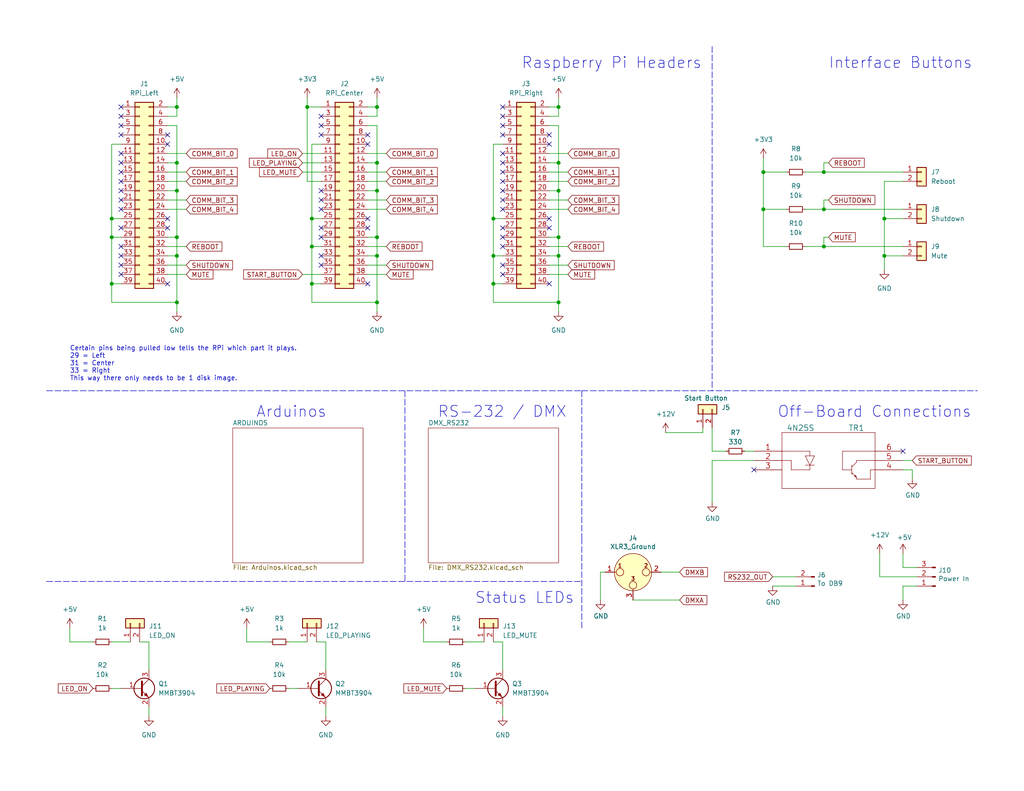
<source format=kicad_sch>
(kicad_sch (version 20230121) (generator eeschema)
  (paper "A")
  (lib_symbols
    (symbol "4N25S:4N25S" (pin_names (offset 0.254) hide)
      (property "Reference" "TR" (at 20.32 10.16 0))
      (property "Value" "4N25S" (at 20.32 7.62 0))
      (symbol "4N25S_1_1"
        (polyline (pts (xy 7.62 -10.16) (xy 33.02 -10.16)) (stroke (width 0.127)))
        (polyline (pts (xy 7.62 -2.54) (xy 10.16 -2.54)) (stroke (width 0.127)))
        (polyline (pts (xy 7.62 0) (xy 15.24 0)) (stroke (width 0.127)))
        (polyline (pts (xy 7.62 5.08) (xy 7.62 -10.16)) (stroke (width 0.127)))
        (polyline (pts (xy 10.16 -5.08) (xy 15.24 -5.08)) (stroke (width 0.127)))
        (polyline (pts (xy 10.16 -2.54) (xy 10.16 -5.08)) (stroke (width 0.127)))
        (polyline (pts (xy 13.97 -3.81) (xy 16.51 -3.81)) (stroke (width 0.127)))
        (polyline (pts (xy 13.97 -1.27) (xy 16.51 -1.27)) (stroke (width 0.127)))
        (polyline (pts (xy 15.24 -3.81) (xy 13.97 -1.27)) (stroke (width 0.127)))
        (polyline (pts (xy 15.24 -3.81) (xy 15.24 -5.08)) (stroke (width 0.127)))
        (polyline (pts (xy 15.24 0) (xy 15.24 -1.27)) (stroke (width 0.127)))
        (polyline (pts (xy 16.51 -1.27) (xy 15.24 -3.81)) (stroke (width 0.127)))
        (polyline (pts (xy 24.13 -5.08) (xy 26.67 -5.08)) (stroke (width 0.127)))
        (polyline (pts (xy 24.13 0) (xy 24.13 -5.08)) (stroke (width 0.127)))
        (polyline (pts (xy 26.67 -5.842) (xy 27.94 -7.112)) (stroke (width 0.127)))
        (polyline (pts (xy 26.67 -4.318) (xy 27.94 -3.048)) (stroke (width 0.127)))
        (polyline (pts (xy 26.67 -3.81) (xy 26.67 -6.35)) (stroke (width 0.127)))
        (polyline (pts (xy 27.94 -7.62) (xy 27.94 -7.112)) (stroke (width 0.127)))
        (polyline (pts (xy 27.94 -2.54) (xy 27.94 -3.048)) (stroke (width 0.127)))
        (polyline (pts (xy 31.75 -7.62) (xy 27.94 -7.62)) (stroke (width 0.127)))
        (polyline (pts (xy 31.75 -5.08) (xy 31.75 -7.62)) (stroke (width 0.127)))
        (polyline (pts (xy 33.02 -10.16) (xy 33.02 5.08)) (stroke (width 0.127)))
        (polyline (pts (xy 33.02 -5.08) (xy 31.75 -5.08)) (stroke (width 0.127)))
        (polyline (pts (xy 33.02 -2.54) (xy 27.94 -2.54)) (stroke (width 0.127)))
        (polyline (pts (xy 33.02 0) (xy 24.13 0)) (stroke (width 0.127)))
        (polyline (pts (xy 33.02 5.08) (xy 7.62 5.08)) (stroke (width 0.127)))
        (polyline (pts (xy 27.94 -7.112) (xy 27.686 -6.604) (xy 27.432 -6.858) (xy 27.94 -7.112)) (fill (type outline)))
        (pin unspecified line (at 0 0 0) (length 7.62) (name "1") (number "1"))
        (pin unspecified line (at 0 -2.54 0) (length 7.62) (name "2") (number "2"))
        (pin unspecified line (at 0 -5.08 0) (length 7.62) (name "3") (number "3"))
        (pin unspecified line (at 40.64 -5.08 180) (length 7.62) (name "4") (number "4"))
        (pin unspecified line (at 40.64 -2.54 180) (length 7.62) (name "5") (number "5"))
        (pin unspecified line (at 40.64 0 180) (length 7.62) (name "6") (number "6"))
      )
    )
    (symbol "Connector:Conn_01x02_Male" (pin_names (offset 1.016) hide)
      (property "Reference" "J" (at 0 2.54 0))
      (property "Value" "Conn_01x02_Male" (at 0 -5.08 0))
      (symbol "Conn_01x02_Male_1_1"
        (polyline (pts (xy 1.27 -2.54) (xy 0.8636 -2.54)) (stroke (width 0.1524)))
        (polyline (pts (xy 1.27 0) (xy 0.8636 0)) (stroke (width 0.1524)))
        (rectangle (start 0.8636 -2.413) (end 0 -2.667) (stroke (width 0.1524)) (fill (type outline)))
        (rectangle (start 0.8636 0.127) (end 0 -0.127) (stroke (width 0.1524)) (fill (type outline)))
        (pin passive line (at 5.08 0 180) (length 3.81) (name "Pin_1") (number "1"))
        (pin passive line (at 5.08 -2.54 180) (length 3.81) (name "Pin_2") (number "2"))
      )
    )
    (symbol "Connector:Conn_01x03_Male" (pin_names (offset 1.016) hide)
      (property "Reference" "J" (at 0 5.08 0))
      (property "Value" "Conn_01x03_Male" (at 0 -5.08 0))
      (symbol "Conn_01x03_Male_1_1"
        (polyline (pts (xy 1.27 -2.54) (xy 0.8636 -2.54)) (stroke (width 0.1524)))
        (polyline (pts (xy 1.27 0) (xy 0.8636 0)) (stroke (width 0.1524)))
        (polyline (pts (xy 1.27 2.54) (xy 0.8636 2.54)) (stroke (width 0.1524)))
        (rectangle (start 0.8636 -2.413) (end 0 -2.667) (stroke (width 0.1524)) (fill (type outline)))
        (rectangle (start 0.8636 0.127) (end 0 -0.127) (stroke (width 0.1524)) (fill (type outline)))
        (rectangle (start 0.8636 2.667) (end 0 2.413) (stroke (width 0.1524)) (fill (type outline)))
        (pin passive line (at 5.08 2.54 180) (length 3.81) (name "Pin_1") (number "1"))
        (pin passive line (at 5.08 0 180) (length 3.81) (name "Pin_2") (number "2"))
        (pin passive line (at 5.08 -2.54 180) (length 3.81) (name "Pin_3") (number "3"))
      )
    )
    (symbol "Connector:XLR3" (pin_names hide)
      (property "Reference" "J" (at 0 8.89 0))
      (property "Value" "XLR3" (at 0 6.35 0))
      (symbol "XLR3_0_1"
        (circle (center -3.556 0) (radius 1.016))
        (circle (center 0 -3.556) (radius 1.016))
        (polyline (pts (xy -5.08 0) (xy -4.572 0)))
        (polyline (pts (xy 0 -5.08) (xy 0 -4.572)))
        (polyline (pts (xy 5.08 0) (xy 4.572 0)))
        (circle (center 0 0) (radius 5.08) (fill (type background)))
        (circle (center 3.556 0) (radius 1.016))
        (text "1" (at -3.556 1.778 0) (effects (font (size 1.016 1.016) bold)))
        (text "2" (at 3.556 1.778 0) (effects (font (size 1.016 1.016) bold)))
        (text "3" (at 0 -1.778 0) (effects (font (size 1.016 1.016) bold)))
        (pin passive line (at -7.62 0 0) (length 2.54) (name "~") (number "1"))
        (pin passive line (at 7.62 0 180) (length 2.54) (name "~") (number "2"))
        (pin passive line (at 0 -7.62 90) (length 2.54) (name "~") (number "3"))
      )
    )
    (symbol "Connector_Generic:Conn_01x02" (pin_names (offset 1.016) hide)
      (property "Reference" "J" (at 0 2.54 0))
      (property "Value" "Conn_01x02" (at 0 -5.08 0))
      (symbol "Conn_01x02_1_1"
        (rectangle (start -1.27 -2.413) (end 0 -2.667) (stroke (width 0.1524)))
        (rectangle (start -1.27 0.127) (end 0 -0.127) (stroke (width 0.1524)))
        (rectangle (start -1.27 1.27) (end 1.27 -3.81) (stroke (width 0.254)) (fill (type background)))
        (pin passive line (at -5.08 0 0) (length 3.81) (name "Pin_1") (number "1"))
        (pin passive line (at -5.08 -2.54 0) (length 3.81) (name "Pin_2") (number "2"))
      )
    )
    (symbol "Connector_Generic:Conn_02x20_Odd_Even" (pin_names (offset 1.016) hide)
      (property "Reference" "J" (at 1.27 25.4 0))
      (property "Value" "Conn_02x20_Odd_Even" (at 1.27 -27.94 0))
      (symbol "Conn_02x20_Odd_Even_1_1"
        (rectangle (start -1.27 -25.273) (end 0 -25.527) (stroke (width 0.1524)))
        (rectangle (start -1.27 -22.733) (end 0 -22.987) (stroke (width 0.1524)))
        (rectangle (start -1.27 -20.193) (end 0 -20.447) (stroke (width 0.1524)))
        (rectangle (start -1.27 -17.653) (end 0 -17.907) (stroke (width 0.1524)))
        (rectangle (start -1.27 -15.113) (end 0 -15.367) (stroke (width 0.1524)))
        (rectangle (start -1.27 -12.573) (end 0 -12.827) (stroke (width 0.1524)))
        (rectangle (start -1.27 -10.033) (end 0 -10.287) (stroke (width 0.1524)))
        (rectangle (start -1.27 -7.493) (end 0 -7.747) (stroke (width 0.1524)))
        (rectangle (start -1.27 -4.953) (end 0 -5.207) (stroke (width 0.1524)))
        (rectangle (start -1.27 -2.413) (end 0 -2.667) (stroke (width 0.1524)))
        (rectangle (start -1.27 0.127) (end 0 -0.127) (stroke (width 0.1524)))
        (rectangle (start -1.27 2.667) (end 0 2.413) (stroke (width 0.1524)))
        (rectangle (start -1.27 5.207) (end 0 4.953) (stroke (width 0.1524)))
        (rectangle (start -1.27 7.747) (end 0 7.493) (stroke (width 0.1524)))
        (rectangle (start -1.27 10.287) (end 0 10.033) (stroke (width 0.1524)))
        (rectangle (start -1.27 12.827) (end 0 12.573) (stroke (width 0.1524)))
        (rectangle (start -1.27 15.367) (end 0 15.113) (stroke (width 0.1524)))
        (rectangle (start -1.27 17.907) (end 0 17.653) (stroke (width 0.1524)))
        (rectangle (start -1.27 20.447) (end 0 20.193) (stroke (width 0.1524)))
        (rectangle (start -1.27 22.987) (end 0 22.733) (stroke (width 0.1524)))
        (rectangle (start -1.27 24.13) (end 3.81 -26.67) (stroke (width 0.254)) (fill (type background)))
        (rectangle (start 3.81 -25.273) (end 2.54 -25.527) (stroke (width 0.1524)))
        (rectangle (start 3.81 -22.733) (end 2.54 -22.987) (stroke (width 0.1524)))
        (rectangle (start 3.81 -20.193) (end 2.54 -20.447) (stroke (width 0.1524)))
        (rectangle (start 3.81 -17.653) (end 2.54 -17.907) (stroke (width 0.1524)))
        (rectangle (start 3.81 -15.113) (end 2.54 -15.367) (stroke (width 0.1524)))
        (rectangle (start 3.81 -12.573) (end 2.54 -12.827) (stroke (width 0.1524)))
        (rectangle (start 3.81 -10.033) (end 2.54 -10.287) (stroke (width 0.1524)))
        (rectangle (start 3.81 -7.493) (end 2.54 -7.747) (stroke (width 0.1524)))
        (rectangle (start 3.81 -4.953) (end 2.54 -5.207) (stroke (width 0.1524)))
        (rectangle (start 3.81 -2.413) (end 2.54 -2.667) (stroke (width 0.1524)))
        (rectangle (start 3.81 0.127) (end 2.54 -0.127) (stroke (width 0.1524)))
        (rectangle (start 3.81 2.667) (end 2.54 2.413) (stroke (width 0.1524)))
        (rectangle (start 3.81 5.207) (end 2.54 4.953) (stroke (width 0.1524)))
        (rectangle (start 3.81 7.747) (end 2.54 7.493) (stroke (width 0.1524)))
        (rectangle (start 3.81 10.287) (end 2.54 10.033) (stroke (width 0.1524)))
        (rectangle (start 3.81 12.827) (end 2.54 12.573) (stroke (width 0.1524)))
        (rectangle (start 3.81 15.367) (end 2.54 15.113) (stroke (width 0.1524)))
        (rectangle (start 3.81 17.907) (end 2.54 17.653) (stroke (width 0.1524)))
        (rectangle (start 3.81 20.447) (end 2.54 20.193) (stroke (width 0.1524)))
        (rectangle (start 3.81 22.987) (end 2.54 22.733) (stroke (width 0.1524)))
        (pin passive line (at -5.08 22.86 0) (length 3.81) (name "Pin_1") (number "1"))
        (pin passive line (at 7.62 12.7 180) (length 3.81) (name "Pin_10") (number "10"))
        (pin passive line (at -5.08 10.16 0) (length 3.81) (name "Pin_11") (number "11"))
        (pin passive line (at 7.62 10.16 180) (length 3.81) (name "Pin_12") (number "12"))
        (pin passive line (at -5.08 7.62 0) (length 3.81) (name "Pin_13") (number "13"))
        (pin passive line (at 7.62 7.62 180) (length 3.81) (name "Pin_14") (number "14"))
        (pin passive line (at -5.08 5.08 0) (length 3.81) (name "Pin_15") (number "15"))
        (pin passive line (at 7.62 5.08 180) (length 3.81) (name "Pin_16") (number "16"))
        (pin passive line (at -5.08 2.54 0) (length 3.81) (name "Pin_17") (number "17"))
        (pin passive line (at 7.62 2.54 180) (length 3.81) (name "Pin_18") (number "18"))
        (pin passive line (at -5.08 0 0) (length 3.81) (name "Pin_19") (number "19"))
        (pin passive line (at 7.62 22.86 180) (length 3.81) (name "Pin_2") (number "2"))
        (pin passive line (at 7.62 0 180) (length 3.81) (name "Pin_20") (number "20"))
        (pin passive line (at -5.08 -2.54 0) (length 3.81) (name "Pin_21") (number "21"))
        (pin passive line (at 7.62 -2.54 180) (length 3.81) (name "Pin_22") (number "22"))
        (pin passive line (at -5.08 -5.08 0) (length 3.81) (name "Pin_23") (number "23"))
        (pin passive line (at 7.62 -5.08 180) (length 3.81) (name "Pin_24") (number "24"))
        (pin passive line (at -5.08 -7.62 0) (length 3.81) (name "Pin_25") (number "25"))
        (pin passive line (at 7.62 -7.62 180) (length 3.81) (name "Pin_26") (number "26"))
        (pin passive line (at -5.08 -10.16 0) (length 3.81) (name "Pin_27") (number "27"))
        (pin passive line (at 7.62 -10.16 180) (length 3.81) (name "Pin_28") (number "28"))
        (pin passive line (at -5.08 -12.7 0) (length 3.81) (name "Pin_29") (number "29"))
        (pin passive line (at -5.08 20.32 0) (length 3.81) (name "Pin_3") (number "3"))
        (pin passive line (at 7.62 -12.7 180) (length 3.81) (name "Pin_30") (number "30"))
        (pin passive line (at -5.08 -15.24 0) (length 3.81) (name "Pin_31") (number "31"))
        (pin passive line (at 7.62 -15.24 180) (length 3.81) (name "Pin_32") (number "32"))
        (pin passive line (at -5.08 -17.78 0) (length 3.81) (name "Pin_33") (number "33"))
        (pin passive line (at 7.62 -17.78 180) (length 3.81) (name "Pin_34") (number "34"))
        (pin passive line (at -5.08 -20.32 0) (length 3.81) (name "Pin_35") (number "35"))
        (pin passive line (at 7.62 -20.32 180) (length 3.81) (name "Pin_36") (number "36"))
        (pin passive line (at -5.08 -22.86 0) (length 3.81) (name "Pin_37") (number "37"))
        (pin passive line (at 7.62 -22.86 180) (length 3.81) (name "Pin_38") (number "38"))
        (pin passive line (at -5.08 -25.4 0) (length 3.81) (name "Pin_39") (number "39"))
        (pin passive line (at 7.62 20.32 180) (length 3.81) (name "Pin_4") (number "4"))
        (pin passive line (at 7.62 -25.4 180) (length 3.81) (name "Pin_40") (number "40"))
        (pin passive line (at -5.08 17.78 0) (length 3.81) (name "Pin_5") (number "5"))
        (pin passive line (at 7.62 17.78 180) (length 3.81) (name "Pin_6") (number "6"))
        (pin passive line (at -5.08 15.24 0) (length 3.81) (name "Pin_7") (number "7"))
        (pin passive line (at 7.62 15.24 180) (length 3.81) (name "Pin_8") (number "8"))
        (pin passive line (at -5.08 12.7 0) (length 3.81) (name "Pin_9") (number "9"))
      )
    )
    (symbol "Device:R_Small" (pin_numbers hide) (pin_names (offset 0.254) hide)
      (property "Reference" "R" (at 0.762 0.508 0))
      (property "Value" "R_Small" (at 0.762 -1.016 0))
      (symbol "R_Small_0_1"
        (rectangle (start -0.762 1.778) (end 0.762 -1.778) (stroke (width 0.2032)))
      )
      (symbol "R_Small_1_1"
        (pin passive line (at 0 2.54 270) (length 0.762) (name "~") (number "1"))
        (pin passive line (at 0 -2.54 90) (length 0.762) (name "~") (number "2"))
      )
    )
    (symbol "Transistor_BJT:MMBT3904" (pin_names (offset 0) hide)
      (property "Reference" "Q" (at 5.08 1.905 0))
      (property "Value" "MMBT3904" (at 5.08 0 0))
      (symbol "MMBT3904_0_1"
        (polyline (pts (xy 0.635 0.635) (xy 2.54 2.54)))
        (polyline (pts (xy 0.635 -0.635) (xy 2.54 -2.54) (xy 2.54 -2.54)))
        (polyline (pts (xy 0.635 1.905) (xy 0.635 -1.905) (xy 0.635 -1.905)) (stroke (width 0.508)))
        (polyline (pts (xy 1.27 -1.778) (xy 1.778 -1.27) (xy 2.286 -2.286) (xy 1.27 -1.778) (xy 1.27 -1.778)) (fill (type outline)))
        (circle (center 1.27 0) (radius 2.8194) (stroke (width 0.254)))
      )
      (symbol "MMBT3904_1_1"
        (pin input line (at -5.08 0 0) (length 5.715) (name "B") (number "1"))
        (pin passive line (at 2.54 -5.08 90) (length 2.54) (name "E") (number "2"))
        (pin passive line (at 2.54 5.08 270) (length 2.54) (name "C") (number "3"))
      )
    )
    (symbol "power:+12V" (power) (pin_names (offset 0))
      (property "Value" "+12V" (at 0 3.556 0))
      (symbol "+12V_0_1"
        (polyline (pts (xy -0.762 1.27) (xy 0 2.54)))
        (polyline (pts (xy 0 0) (xy 0 2.54)))
        (polyline (pts (xy 0 2.54) (xy 0.762 1.27)))
      )
      (symbol "+12V_1_1"
        (pin power_in line (at 0 0 90) (length 0) hide (name "+12V") (number "1"))
      )
    )
    (symbol "power:+3.3V" (power) (pin_names (offset 0))
      (property "Value" "+3.3V" (at 0 3.556 0))
      (symbol "+3.3V_0_1"
        (polyline (pts (xy -0.762 1.27) (xy 0 2.54)))
        (polyline (pts (xy 0 0) (xy 0 2.54)))
        (polyline (pts (xy 0 2.54) (xy 0.762 1.27)))
      )
      (symbol "+3.3V_1_1"
        (pin power_in line (at 0 0 90) (length 0) hide (name "+3V3") (number "1"))
      )
    )
    (symbol "power:+5V" (power) (pin_names (offset 0))
      (property "Value" "+5V" (at 0 3.556 0))
      (symbol "+5V_0_1"
        (polyline (pts (xy -0.762 1.27) (xy 0 2.54)))
        (polyline (pts (xy 0 0) (xy 0 2.54)))
        (polyline (pts (xy 0 2.54) (xy 0.762 1.27)))
      )
      (symbol "+5V_1_1"
        (pin power_in line (at 0 0 90) (length 0) hide (name "+5V") (number "1"))
      )
    )
    (symbol "power:GND" (power) (pin_names (offset 0))
      (property "Value" "GND" (at 0 -3.81 0))
      (symbol "GND_0_1"
        (polyline (pts (xy 0 0) (xy 0 -1.27) (xy 1.27 -1.27) (xy 0 -2.54) (xy -1.27 -1.27) (xy 0 -1.27)))
      )
      (symbol "GND_1_1"
        (pin power_in line (at 0 0 270) (length 0) hide (name "GND") (number "1"))
      )
    )
  )
  (junction (at 102.87 82.55) (diameter 0.9144))
  (junction (at 102.87 52.07) (diameter 0.9144))
  (junction (at 134.62 59.69) (diameter 0.9144))
  (junction (at 48.26 52.07) (diameter 0.9144))
  (junction (at 224.79 57.15) (diameter 0.9144))
  (junction (at 30.48 77.47) (diameter 0.9144))
  (junction (at 102.87 44.45) (diameter 0.9144))
  (junction (at 83.82 29.21) (diameter 0.9144))
  (junction (at 208.28 57.15) (diameter 0.9144))
  (junction (at 48.26 82.55) (diameter 0.9144))
  (junction (at 224.79 67.31) (diameter 0.9144))
  (junction (at 48.26 29.21) (diameter 0.9144))
  (junction (at 102.87 69.85) (diameter 0.9144))
  (junction (at 30.48 64.77) (diameter 0.9144))
  (junction (at 134.62 77.47) (diameter 0.9144))
  (junction (at 152.4 69.85) (diameter 0.9144))
  (junction (at 30.48 59.69) (diameter 0.9144))
  (junction (at 85.09 77.47) (diameter 0.9144))
  (junction (at 48.26 44.45) (diameter 0.9144))
  (junction (at 48.26 64.77) (diameter 0.9144))
  (junction (at 102.87 29.21) (diameter 0.9144))
  (junction (at 152.4 44.45) (diameter 0.9144))
  (junction (at 102.87 64.77) (diameter 0.9144))
  (junction (at 152.4 29.21) (diameter 0.9144))
  (junction (at 85.09 59.69) (diameter 0.9144))
  (junction (at 134.62 69.85) (diameter 0.9144))
  (junction (at 48.26 69.85) (diameter 0.9144))
  (junction (at 241.3 59.69) (diameter 0.9144))
  (junction (at 241.3 69.85) (diameter 0.9144))
  (junction (at 152.4 82.55) (diameter 0.9144))
  (junction (at 224.79 46.99) (diameter 0.9144))
  (junction (at 152.4 64.77) (diameter 0.9144))
  (junction (at 208.28 46.99) (diameter 0.9144))
  (junction (at 152.4 52.07) (diameter 0.9144))
  (junction (at 85.09 67.31) (diameter 0.9144))
  (no_connect (at 137.16 62.23))
  (no_connect (at 33.02 36.83))
  (no_connect (at 137.16 31.75))
  (no_connect (at 149.86 39.37))
  (no_connect (at 137.16 57.15))
  (no_connect (at 33.02 52.07))
  (no_connect (at 149.86 59.69))
  (no_connect (at 246.38 123.19))
  (no_connect (at 45.72 36.83))
  (no_connect (at 33.02 29.21))
  (no_connect (at 33.02 49.53))
  (no_connect (at 137.16 29.21))
  (no_connect (at 137.16 49.53))
  (no_connect (at 137.16 72.39))
  (no_connect (at 205.74 128.27))
  (no_connect (at 137.16 34.29))
  (no_connect (at 87.63 54.61))
  (no_connect (at 33.02 69.85))
  (no_connect (at 100.33 62.23))
  (no_connect (at 100.33 77.47))
  (no_connect (at 87.63 62.23))
  (no_connect (at 137.16 36.83))
  (no_connect (at 33.02 57.15))
  (no_connect (at 87.63 64.77))
  (no_connect (at 33.02 34.29))
  (no_connect (at 45.72 59.69))
  (no_connect (at 45.72 62.23))
  (no_connect (at 45.72 77.47))
  (no_connect (at 33.02 41.91))
  (no_connect (at 33.02 46.99))
  (no_connect (at 33.02 54.61))
  (no_connect (at 137.16 52.07))
  (no_connect (at 33.02 72.39))
  (no_connect (at 33.02 44.45))
  (no_connect (at 149.86 36.83))
  (no_connect (at 137.16 46.99))
  (no_connect (at 137.16 41.91))
  (no_connect (at 45.72 39.37))
  (no_connect (at 87.63 69.85))
  (no_connect (at 33.02 62.23))
  (no_connect (at 33.02 67.31))
  (no_connect (at 87.63 52.07))
  (no_connect (at 33.02 74.93))
  (no_connect (at 87.63 57.15))
  (no_connect (at 87.63 72.39))
  (no_connect (at 100.33 59.69))
  (no_connect (at 137.16 54.61))
  (no_connect (at 137.16 44.45))
  (no_connect (at 137.16 64.77))
  (no_connect (at 87.63 34.29))
  (no_connect (at 87.63 31.75))
  (no_connect (at 87.63 36.83))
  (no_connect (at 149.86 77.47))
  (no_connect (at 100.33 39.37))
  (no_connect (at 33.02 31.75))
  (no_connect (at 100.33 36.83))
  (no_connect (at 137.16 74.93))
  (no_connect (at 137.16 67.31))
  (no_connect (at 149.86 62.23))
  (wire (pts (xy 219.71 57.15) (xy 224.79 57.15)))
  (wire (pts (xy 224.79 57.15) (xy 246.38 57.15)))
  (wire (pts (xy 152.4 52.07) (xy 152.4 44.45)))
  (wire (pts (xy 45.72 52.07) (xy 48.26 52.07)))
  (wire (pts (xy 127 175.26) (xy 132.08 175.26)))
  (wire (pts (xy 48.26 34.29) (xy 45.72 34.29)))
  (wire (pts (xy 48.26 44.45) (xy 48.26 34.29)))
  (wire (pts (xy 48.26 52.07) (xy 48.26 44.45)))
  (wire (pts (xy 48.26 64.77) (xy 48.26 52.07)))
  (wire (pts (xy 48.26 69.85) (xy 48.26 64.77)))
  (wire (pts (xy 82.55 44.45) (xy 87.63 44.45)))
  (wire (pts (xy 100.33 52.07) (xy 102.87 52.07)))
  (wire (pts (xy 149.86 74.93) (xy 154.94 74.93)))
  (wire (pts (xy 102.87 52.07) (xy 102.87 44.45)))
  (wire (pts (xy 210.82 157.48) (xy 217.17 157.48)))
  (wire (pts (xy 137.16 59.69) (xy 134.62 59.69)))
  (polyline (pts (xy 158.75 106.68) (xy 158.75 113.03)) (stroke (width 0) (type dash)))
  (wire (pts (xy 203.2 123.19) (xy 205.74 123.19)))
  (wire (pts (xy 100.33 69.85) (xy 102.87 69.85)))
  (wire (pts (xy 30.48 77.47) (xy 33.02 77.47)))
  (wire (pts (xy 88.9 193.04) (xy 88.9 195.58)))
  (wire (pts (xy 45.72 69.85) (xy 48.26 69.85)))
  (polyline (pts (xy 12.7 106.68) (xy 158.75 106.68)) (stroke (width 0) (type dash)))
  (wire (pts (xy 137.16 193.04) (xy 137.16 195.58)))
  (wire (pts (xy 149.86 69.85) (xy 152.4 69.85)))
  (wire (pts (xy 246.38 125.73) (xy 248.92 125.73)))
  (wire (pts (xy 208.28 57.15) (xy 208.28 67.31)))
  (wire (pts (xy 214.63 67.31) (xy 208.28 67.31)))
  (wire (pts (xy 40.64 193.04) (xy 40.64 195.58)))
  (wire (pts (xy 100.33 74.93) (xy 105.41 74.93)))
  (wire (pts (xy 45.72 72.39) (xy 50.8 72.39)))
  (wire (pts (xy 137.16 39.37) (xy 134.62 39.37)))
  (wire (pts (xy 45.72 49.53) (xy 50.8 49.53)))
  (wire (pts (xy 45.72 64.77) (xy 48.26 64.77)))
  (wire (pts (xy 241.3 69.85) (xy 246.38 69.85)))
  (wire (pts (xy 241.3 73.66) (xy 241.3 69.85)))
  (wire (pts (xy 78.74 175.26) (xy 83.82 175.26)))
  (wire (pts (xy 224.79 64.77) (xy 224.79 67.31)))
  (wire (pts (xy 226.06 64.77) (xy 224.79 64.77)))
  (wire (pts (xy 246.38 160.02) (xy 250.19 160.02)))
  (wire (pts (xy 87.63 59.69) (xy 85.09 59.69)))
  (wire (pts (xy 73.66 175.26) (xy 67.31 175.26)))
  (wire (pts (xy 38.1 175.26) (xy 40.64 175.26)))
  (wire (pts (xy 45.72 41.91) (xy 50.8 41.91)))
  (wire (pts (xy 67.31 175.26) (xy 67.31 171.45)))
  (wire (pts (xy 78.74 187.96) (xy 81.28 187.96)))
  (wire (pts (xy 152.4 69.85) (xy 152.4 64.77)))
  (wire (pts (xy 149.86 49.53) (xy 154.94 49.53)))
  (wire (pts (xy 134.62 59.69) (xy 134.62 69.85)))
  (wire (pts (xy 134.62 69.85) (xy 134.62 77.47)))
  (wire (pts (xy 246.38 160.02) (xy 246.38 163.83)))
  (wire (pts (xy 85.09 77.47) (xy 87.63 77.47)))
  (wire (pts (xy 134.62 39.37) (xy 134.62 59.69)))
  (wire (pts (xy 149.86 31.75) (xy 152.4 31.75)))
  (wire (pts (xy 100.33 31.75) (xy 102.87 31.75)))
  (wire (pts (xy 87.63 39.37) (xy 85.09 39.37)))
  (wire (pts (xy 241.3 49.53) (xy 241.3 59.69)))
  (wire (pts (xy 241.3 59.69) (xy 241.3 69.85)))
  (wire (pts (xy 246.38 49.53) (xy 241.3 49.53)))
  (wire (pts (xy 85.09 39.37) (xy 85.09 59.69)))
  (wire (pts (xy 185.42 163.83) (xy 172.72 163.83)))
  (wire (pts (xy 163.83 163.83) (xy 163.83 156.21)))
  (wire (pts (xy 102.87 64.77) (xy 102.87 52.07)))
  (wire (pts (xy 134.62 77.47) (xy 137.16 77.47)))
  (wire (pts (xy 149.86 64.77) (xy 152.4 64.77)))
  (wire (pts (xy 127 187.96) (xy 129.54 187.96)))
  (wire (pts (xy 152.4 26.67) (xy 152.4 29.21)))
  (wire (pts (xy 134.62 69.85) (xy 137.16 69.85)))
  (wire (pts (xy 115.57 175.26) (xy 115.57 171.45)))
  (wire (pts (xy 152.4 82.55) (xy 152.4 85.09)))
  (wire (pts (xy 88.9 175.26) (xy 88.9 182.88)))
  (wire (pts (xy 152.4 64.77) (xy 152.4 52.07)))
  (wire (pts (xy 194.31 125.73) (xy 194.31 137.16)))
  (wire (pts (xy 205.74 125.73) (xy 194.31 125.73)))
  (wire (pts (xy 149.86 41.91) (xy 154.94 41.91)))
  (wire (pts (xy 152.4 34.29) (xy 149.86 34.29)))
  (wire (pts (xy 102.87 34.29) (xy 100.33 34.29)))
  (wire (pts (xy 83.82 26.67) (xy 83.82 29.21)))
  (wire (pts (xy 83.82 29.21) (xy 83.82 49.53)))
  (wire (pts (xy 87.63 49.53) (xy 83.82 49.53)))
  (wire (pts (xy 85.09 59.69) (xy 85.09 67.31)))
  (wire (pts (xy 85.09 67.31) (xy 85.09 77.47)))
  (wire (pts (xy 85.09 82.55) (xy 102.87 82.55)))
  (wire (pts (xy 219.71 46.99) (xy 224.79 46.99)))
  (wire (pts (xy 224.79 46.99) (xy 246.38 46.99)))
  (wire (pts (xy 137.16 175.26) (xy 137.16 182.88)))
  (wire (pts (xy 100.33 46.99) (xy 105.41 46.99)))
  (wire (pts (xy 240.03 151.13) (xy 240.03 157.48)))
  (wire (pts (xy 240.03 157.48) (xy 250.19 157.48)))
  (wire (pts (xy 100.33 72.39) (xy 105.41 72.39)))
  (wire (pts (xy 102.87 69.85) (xy 102.87 82.55)))
  (wire (pts (xy 82.55 41.91) (xy 87.63 41.91)))
  (wire (pts (xy 121.92 175.26) (xy 115.57 175.26)))
  (wire (pts (xy 86.36 175.26) (xy 88.9 175.26)))
  (wire (pts (xy 45.72 57.15) (xy 50.8 57.15)))
  (wire (pts (xy 149.86 44.45) (xy 152.4 44.45)))
  (polyline (pts (xy 158.75 106.68) (xy 266.7 106.68)) (stroke (width 0) (type dash)))
  (polyline (pts (xy 158.75 147.32) (xy 158.75 113.03)) (stroke (width 0) (type dash)))
  (wire (pts (xy 30.48 64.77) (xy 33.02 64.77)))
  (wire (pts (xy 219.71 67.31) (xy 224.79 67.31)))
  (wire (pts (xy 224.79 67.31) (xy 246.38 67.31)))
  (wire (pts (xy 208.28 57.15) (xy 208.28 46.99)))
  (wire (pts (xy 214.63 57.15) (xy 208.28 57.15)))
  (wire (pts (xy 19.05 175.26) (xy 19.05 171.45)))
  (wire (pts (xy 25.4 175.26) (xy 19.05 175.26)))
  (wire (pts (xy 30.48 175.26) (xy 35.56 175.26)))
  (wire (pts (xy 246.38 128.27) (xy 248.92 128.27)))
  (wire (pts (xy 248.92 128.27) (xy 248.92 130.81)))
  (wire (pts (xy 45.72 67.31) (xy 50.8 67.31)))
  (wire (pts (xy 83.82 29.21) (xy 87.63 29.21)))
  (wire (pts (xy 102.87 82.55) (xy 102.87 85.09)))
  (wire (pts (xy 208.28 43.18) (xy 208.28 46.99)))
  (wire (pts (xy 208.28 46.99) (xy 214.63 46.99)))
  (wire (pts (xy 30.48 187.96) (xy 33.02 187.96)))
  (wire (pts (xy 224.79 54.61) (xy 224.79 57.15)))
  (wire (pts (xy 226.06 54.61) (xy 224.79 54.61)))
  (wire (pts (xy 48.26 69.85) (xy 48.26 82.55)))
  (wire (pts (xy 48.26 82.55) (xy 48.26 85.09)))
  (wire (pts (xy 102.87 44.45) (xy 102.87 34.29)))
  (polyline (pts (xy 12.7 158.75) (xy 158.75 158.75)) (stroke (width 0) (type dash)))
  (polyline (pts (xy 158.75 171.45) (xy 158.75 147.32)) (stroke (width 0) (type dash)))
  (wire (pts (xy 102.87 26.67) (xy 102.87 29.21)))
  (wire (pts (xy 100.33 67.31) (xy 105.41 67.31)))
  (wire (pts (xy 85.09 77.47) (xy 85.09 82.55)))
  (wire (pts (xy 152.4 29.21) (xy 149.86 29.21)))
  (wire (pts (xy 246.38 151.13) (xy 246.38 154.94)))
  (wire (pts (xy 82.55 74.93) (xy 87.63 74.93)))
  (wire (pts (xy 30.48 59.69) (xy 30.48 64.77)))
  (wire (pts (xy 30.48 64.77) (xy 30.48 77.47)))
  (wire (pts (xy 30.48 77.47) (xy 30.48 82.55)))
  (wire (pts (xy 30.48 82.55) (xy 48.26 82.55)))
  (wire (pts (xy 33.02 59.69) (xy 30.48 59.69)))
  (wire (pts (xy 241.3 59.69) (xy 246.38 59.69)))
  (wire (pts (xy 30.48 39.37) (xy 30.48 59.69)))
  (wire (pts (xy 33.02 39.37) (xy 30.48 39.37)))
  (wire (pts (xy 194.31 123.19) (xy 194.31 116.84)))
  (wire (pts (xy 198.12 123.19) (xy 194.31 123.19)))
  (wire (pts (xy 100.33 41.91) (xy 105.41 41.91)))
  (wire (pts (xy 134.62 77.47) (xy 134.62 82.55)))
  (polyline (pts (xy 194.31 12.7) (xy 194.31 106.68)) (stroke (width 0) (type dash)))
  (wire (pts (xy 40.64 175.26) (xy 40.64 182.88)))
  (wire (pts (xy 85.09 67.31) (xy 87.63 67.31)))
  (wire (pts (xy 100.33 44.45) (xy 102.87 44.45)))
  (wire (pts (xy 102.87 29.21) (xy 100.33 29.21)))
  (wire (pts (xy 185.42 156.21) (xy 180.34 156.21)))
  (wire (pts (xy 149.86 67.31) (xy 154.94 67.31)))
  (wire (pts (xy 48.26 26.67) (xy 48.26 29.21)))
  (wire (pts (xy 48.26 29.21) (xy 45.72 29.21)))
  (wire (pts (xy 134.62 82.55) (xy 152.4 82.55)))
  (wire (pts (xy 152.4 31.75) (xy 152.4 29.21)))
  (wire (pts (xy 149.86 57.15) (xy 154.94 57.15)))
  (wire (pts (xy 100.33 64.77) (xy 102.87 64.77)))
  (wire (pts (xy 149.86 46.99) (xy 154.94 46.99)))
  (wire (pts (xy 100.33 49.53) (xy 105.41 49.53)))
  (wire (pts (xy 45.72 31.75) (xy 48.26 31.75)))
  (wire (pts (xy 48.26 31.75) (xy 48.26 29.21)))
  (wire (pts (xy 45.72 74.93) (xy 50.8 74.93)))
  (wire (pts (xy 102.87 69.85) (xy 102.87 64.77)))
  (wire (pts (xy 181.61 118.11) (xy 191.77 118.11)))
  (wire (pts (xy 191.77 118.11) (xy 191.77 116.84)))
  (wire (pts (xy 152.4 44.45) (xy 152.4 34.29)))
  (wire (pts (xy 45.72 44.45) (xy 48.26 44.45)))
  (wire (pts (xy 82.55 46.99) (xy 87.63 46.99)))
  (wire (pts (xy 163.83 156.21) (xy 165.1 156.21)))
  (wire (pts (xy 246.38 154.94) (xy 250.19 154.94)))
  (wire (pts (xy 152.4 69.85) (xy 152.4 82.55)))
  (wire (pts (xy 210.82 160.02) (xy 217.17 160.02)))
  (wire (pts (xy 134.62 175.26) (xy 137.16 175.26)))
  (wire (pts (xy 45.72 46.99) (xy 50.8 46.99)))
  (wire (pts (xy 224.79 44.45) (xy 224.79 46.99)))
  (wire (pts (xy 226.06 44.45) (xy 224.79 44.45)))
  (wire (pts (xy 100.33 54.61) (xy 105.41 54.61)))
  (wire (pts (xy 149.86 72.39) (xy 154.94 72.39)))
  (wire (pts (xy 100.33 57.15) (xy 105.41 57.15)))
  (wire (pts (xy 149.86 54.61) (xy 154.94 54.61)))
  (wire (pts (xy 102.87 31.75) (xy 102.87 29.21)))
  (wire (pts (xy 149.86 52.07) (xy 152.4 52.07)))
  (wire (pts (xy 45.72 54.61) (xy 50.8 54.61)))
  (polyline (pts (xy 110.49 106.68) (xy 110.49 158.75)) (stroke (width 0) (type dash)))
  (text "Status LEDs\n" (at 129.54 165.1 0) (effects (font (size 2.9972 2.9972)) (justify left bottom)))
  (text "Interface Buttons" (at 226.06 19.05 0) (effects (font (size 2.9972 2.9972)) (justify left bottom)))
  (text "RS-232 / DMX" (at 119.38 114.3 0) (effects (font (size 2.9972 2.9972)) (justify left bottom)))
  (text "Raspberry Pi Headers" (at 142.24 19.05 0) (effects (font (size 2.9972 2.9972)) (justify left bottom)))
  (text "Off-Board Connections" (at 212.09 114.3 0) (effects (font (size 2.9972 2.9972)) (justify left bottom)))
  (text "Arduinos" (at 69.85 114.3 0) (effects (font (size 2.9972 2.9972)) (justify left bottom)))
  (text "Certain pins being pulled low tells the RPi which part it plays.\n29 = Left\n31 = Center\n33 = Right\nThis way there only needs to be 1 disk image." (at 19.05 104.14 0) (effects (font (size 1.27 1.27)) (justify left bottom)))
  (global_label "COMM_BIT_0" (shape input) (at 154.94 41.91 0) (property "Intersheetrefs" "${INTERSHEET_REFS}" (effects hide)))
  (global_label "COMM_BIT_2" (shape input) (at 154.94 49.53 0) (property "Intersheetrefs" "${INTERSHEET_REFS}" (effects hide)))
  (global_label "RS232_OUT" (shape input) (at 210.82 157.48 180) (property "Intersheetrefs" "${INTERSHEET_REFS}" (effects hide)))
  (global_label "LED_ON" (shape input) (at 82.55 41.91 180) (property "Intersheetrefs" "${INTERSHEET_REFS}" (effects hide)))
  (global_label "SHUTDOWN" (shape input) (at 50.8 72.39 0) (property "Intersheetrefs" "${INTERSHEET_REFS}" (effects hide)))
  (global_label "LED_MUTE" (shape input) (at 82.55 46.99 180) (property "Intersheetrefs" "${INTERSHEET_REFS}" (effects hide)))
  (global_label "REBOOT" (shape input) (at 105.41 67.31 0) (property "Intersheetrefs" "${INTERSHEET_REFS}" (effects hide)))
  (global_label "MUTE" (shape input) (at 50.8 74.93 0) (property "Intersheetrefs" "${INTERSHEET_REFS}" (effects hide)))
  (global_label "SHUTDOWN" (shape input) (at 154.94 72.39 0) (property "Intersheetrefs" "${INTERSHEET_REFS}" (effects hide)))
  (global_label "LED_ON" (shape input) (at 25.4 187.96 180) (property "Intersheetrefs" "${INTERSHEET_REFS}" (effects hide)))
  (global_label "MUTE" (shape input) (at 226.06 64.77 0) (property "Intersheetrefs" "${INTERSHEET_REFS}" (effects hide)))
  (global_label "COMM_BIT_1" (shape input) (at 105.41 46.99 0) (property "Intersheetrefs" "${INTERSHEET_REFS}" (effects hide)))
  (global_label "REBOOT" (shape input) (at 154.94 67.31 0) (property "Intersheetrefs" "${INTERSHEET_REFS}" (effects hide)))
  (global_label "COMM_BIT_1" (shape input) (at 154.94 46.99 0) (property "Intersheetrefs" "${INTERSHEET_REFS}" (effects hide)))
  (global_label "DMXB" (shape input) (at 185.42 156.21 0) (property "Intersheetrefs" "${INTERSHEET_REFS}" (effects hide)))
  (global_label "COMM_BIT_2" (shape input) (at 50.8 49.53 0) (property "Intersheetrefs" "${INTERSHEET_REFS}" (effects hide)))
  (global_label "SHUTDOWN" (shape input) (at 226.06 54.61 0) (property "Intersheetrefs" "${INTERSHEET_REFS}" (effects hide)))
  (global_label "COMM_BIT_2" (shape input) (at 105.41 49.53 0) (property "Intersheetrefs" "${INTERSHEET_REFS}" (effects hide)))
  (global_label "REBOOT" (shape input) (at 226.06 44.45 0) (property "Intersheetrefs" "${INTERSHEET_REFS}" (effects hide)))
  (global_label "START_BUTTON" (shape input) (at 82.55 74.93 180) (property "Intersheetrefs" "${INTERSHEET_REFS}" (effects hide)))
  (global_label "REBOOT" (shape input) (at 50.8 67.31 0) (property "Intersheetrefs" "${INTERSHEET_REFS}" (effects hide)))
  (global_label "COMM_BIT_1" (shape input) (at 50.8 46.99 0) (property "Intersheetrefs" "${INTERSHEET_REFS}" (effects hide)))
  (global_label "LED_PLAYING" (shape input) (at 73.66 187.96 180) (property "Intersheetrefs" "${INTERSHEET_REFS}" (effects hide)))
  (global_label "DMXA" (shape input) (at 185.42 163.83 0) (property "Intersheetrefs" "${INTERSHEET_REFS}" (effects hide)))
  (global_label "COMM_BIT_3" (shape input) (at 105.41 54.61 0) (property "Intersheetrefs" "${INTERSHEET_REFS}" (effects hide)))
  (global_label "SHUTDOWN" (shape input) (at 105.41 72.39 0) (property "Intersheetrefs" "${INTERSHEET_REFS}" (effects hide)))
  (global_label "COMM_BIT_3" (shape input) (at 154.94 54.61 0) (property "Intersheetrefs" "${INTERSHEET_REFS}" (effects hide)))
  (global_label "LED_MUTE" (shape input) (at 121.92 187.96 180) (property "Intersheetrefs" "${INTERSHEET_REFS}" (effects hide)))
  (global_label "COMM_BIT_0" (shape input) (at 105.41 41.91 0) (property "Intersheetrefs" "${INTERSHEET_REFS}" (effects hide)))
  (global_label "MUTE" (shape input) (at 154.94 74.93 0) (property "Intersheetrefs" "${INTERSHEET_REFS}" (effects hide)))
  (global_label "LED_PLAYING" (shape input) (at 82.55 44.45 180) (property "Intersheetrefs" "${INTERSHEET_REFS}" (effects hide)))
  (global_label "COMM_BIT_3" (shape input) (at 50.8 54.61 0) (property "Intersheetrefs" "${INTERSHEET_REFS}" (effects hide)))
  (global_label "COMM_BIT_4" (shape input) (at 105.41 57.15 0) (property "Intersheetrefs" "${INTERSHEET_REFS}" (effects hide)))
  (global_label "COMM_BIT_4" (shape input) (at 154.94 57.15 0) (property "Intersheetrefs" "${INTERSHEET_REFS}" (effects hide)))
  (global_label "COMM_BIT_0" (shape input) (at 50.8 41.91 0) (property "Intersheetrefs" "${INTERSHEET_REFS}" (effects hide)))
  (global_label "MUTE" (shape input) (at 105.41 74.93 0) (property "Intersheetrefs" "${INTERSHEET_REFS}" (effects hide)))
  (global_label "START_BUTTON" (shape input) (at 248.92 125.73 0) (property "Intersheetrefs" "${INTERSHEET_REFS}" (effects hide)))
  (global_label "COMM_BIT_4" (shape input) (at 50.8 57.15 0) (property "Intersheetrefs" "${INTERSHEET_REFS}" (effects hide)))
  (symbol (lib_id "Device:R_Small") (at 217.17 46.99 90) (unit 1)
    (property "Reference" "R8" (at 217.17 40.64 90))
    (property "Value" "10k" (at 217.17 43.18 90))
    (property "Footprint" "Resistor_SMD:R_0805_2012Metric_Pad1.20x1.40mm_HandSolder" (effects hide))
    (property "LCSC Part #" "C17414" (effects hide))
    (property "LCSC" "C17414" (effects hide))
  )
  (symbol (lib_id "power:GND") (at 48.26 85.09 0) (unit 1)
    (property "Reference" "#PWR0107" (effects hide))
    (property "Value" "GND" (at 48.26 90.17 0))
  )
  (symbol (lib_id "power:+3.3V") (at 83.82 26.67 0) (unit 1)
    (property "Reference" "#PWR0101" (effects hide))
    (property "Value" "+3.3V" (at 83.82 21.59 0))
  )
  (symbol (lib_id "Device:R_Small") (at 27.94 187.96 90) (unit 1)
    (property "Reference" "R2" (at 27.94 181.61 90))
    (property "Value" "10k" (at 27.94 184.15 90))
    (property "Footprint" "Resistor_SMD:R_0805_2012Metric_Pad1.20x1.40mm_HandSolder" (effects hide))
    (property "LCSC Part #" "C17414" (effects hide))
    (property "LCSC" "C17414" (effects hide))
  )
  (symbol (lib_id "Device:R_Small") (at 200.66 123.19 90) (unit 1)
    (property "Reference" "R7" (at 200.66 118.11 90))
    (property "Value" "330" (at 200.66 120.65 90))
    (property "Footprint" "Resistor_SMD:R_0805_2012Metric_Pad1.20x1.40mm_HandSolder" (effects hide))
    (property "LCSC Part #" "C17630" (effects hide))
    (property "LCSC" "C17630" (effects hide))
  )
  (symbol (lib_id "power:+3.3V") (at 208.28 43.18 0) (unit 1)
    (property "Reference" "#PWR0124" (effects hide))
    (property "Value" "+3.3V" (at 208.28 38.1 0))
  )
  (symbol (lib_id "Transistor_BJT:MMBT3904") (at 38.1 187.96 0) (unit 1)
    (property "Reference" "Q1" (at 43.18 186.6899 0) (effects (justify left)))
    (property "Value" "MMBT3904" (at 43.18 189.2299 0) (effects (justify left)))
    (property "Footprint" "Package_TO_SOT_SMD:SOT-23" (effects hide))
    (property "Datasheet" "https://www.onsemi.com/pub/Collateral/2N3903-D.PDF" (effects hide))
    (property "LCSC Part #" "C20526" (effects hide))
    (property "LCSC" "C20526" (effects hide))
  )
  (symbol (lib_id "power:GND") (at 40.64 195.58 0) (unit 1)
    (property "Reference" "#PWR0102" (effects hide))
    (property "Value" "GND" (at 40.64 200.66 0))
  )
  (symbol (lib_id "Connector_Generic:Conn_01x02") (at 35.56 170.18 90) (unit 1)
    (property "Reference" "J11" (at 40.64 170.9419 90) (effects (justify right)))
    (property "Value" "LED_ON" (at 40.64 173.4819 90) (effects (justify right)))
    (property "Footprint" "Connector_PinHeader_2.54mm:PinHeader_1x02_P2.54mm_Vertical" (effects hide))
    (property "LCSC Part #" "C124375" (effects hide))
    (property "LCSC" "C124375" (effects hide))
  )
  (symbol (lib_id "Device:R_Small") (at 76.2 175.26 90) (unit 1)
    (property "Reference" "R3" (at 76.2 168.91 90))
    (property "Value" "1k" (at 76.2 171.45 90))
    (property "Footprint" "Resistor_SMD:R_0805_2012Metric_Pad1.20x1.40mm_HandSolder" (effects hide))
    (property "LCSC Part #" "C17513" (effects hide))
    (property "LCSC" "C17513" (effects hide))
  )
  (symbol (lib_id "power:GND") (at 194.31 137.16 0) (unit 1)
    (property "Reference" "#PWR0113" (effects hide))
    (property "Value" "GND" (at 194.437 141.5542 0))
  )
  (symbol (lib_id "power:GND") (at 246.38 163.83 0) (unit 1)
    (property "Reference" "#PWR0117" (effects hide))
    (property "Value" "GND" (at 246.507 168.2242 0))
  )
  (symbol (lib_id "Transistor_BJT:MMBT3904") (at 86.36 187.96 0) (unit 1)
    (property "Reference" "Q2" (at 91.44 186.6899 0) (effects (justify left)))
    (property "Value" "MMBT3904" (at 91.44 189.2299 0) (effects (justify left)))
    (property "Footprint" "Package_TO_SOT_SMD:SOT-23" (effects hide))
    (property "Datasheet" "https://www.onsemi.com/pub/Collateral/2N3903-D.PDF" (effects hide))
    (property "LCSC Part #" "C20526" (effects hide))
    (property "LCSC" "C20526" (effects hide))
  )
  (symbol (lib_id "power:+5V") (at 246.38 151.13 0) (unit 1)
    (property "Reference" "#PWR0112" (effects hide))
    (property "Value" "+5V" (at 246.761 146.7358 0))
  )
  (symbol (lib_id "Connector_Generic:Conn_02x20_Odd_Even") (at 38.1 52.07 0) (unit 1)
    (property "Reference" "J1" (at 39.37 22.86 0))
    (property "Value" "RPi_Left" (at 39.37 25.4 0))
    (property "Footprint" "Connector_PinHeader_2.54mm:PinHeader_2x20_P2.54mm_Vertical" (effects hide))
    (property "LCSC Part #" "C124383" (effects hide))
    (property "LCSC" "C124383" (effects hide))
  )
  (symbol (lib_id "power:+5V") (at 48.26 26.67 0) (unit 1)
    (property "Reference" "#PWR0105" (effects hide))
    (property "Value" "+5V" (at 48.26 21.59 0))
  )
  (symbol (lib_id "power:+5V") (at 67.31 171.45 0) (unit 1)
    (property "Reference" "#PWR0103" (effects hide))
    (property "Value" "+5V" (at 67.31 166.37 0))
  )
  (symbol (lib_id "Device:R_Small") (at 27.94 175.26 90) (unit 1)
    (property "Reference" "R1" (at 27.94 168.91 90))
    (property "Value" "1k" (at 27.94 171.45 90))
    (property "Footprint" "Resistor_SMD:R_0805_2012Metric_Pad1.20x1.40mm_HandSolder" (effects hide))
    (property "LCSC Part #" "C17513" (effects hide))
    (property "LCSC" "C17513" (effects hide))
  )
  (symbol (lib_id "power:+5V") (at 19.05 171.45 0) (unit 1)
    (property "Reference" "#PWR0104" (effects hide))
    (property "Value" "+5V" (at 19.05 166.37 0))
  )
  (symbol (lib_id "Connector_Generic:Conn_01x02") (at 132.08 170.18 90) (unit 1)
    (property "Reference" "J13" (at 137.16 170.9419 90) (effects (justify right)))
    (property "Value" "LED_MUTE" (at 137.16 173.4819 90) (effects (justify right)))
    (property "Footprint" "Connector_PinHeader_2.54mm:PinHeader_1x02_P2.54mm_Vertical" (effects hide))
    (property "LCSC Part #" "C124375" (effects hide))
    (property "LCSC" "C124375" (effects hide))
  )
  (symbol (lib_id "Device:R_Small") (at 124.46 175.26 90) (unit 1)
    (property "Reference" "R5" (at 124.46 168.91 90))
    (property "Value" "1k" (at 124.46 171.45 90))
    (property "Footprint" "Resistor_SMD:R_0805_2012Metric_Pad1.20x1.40mm_HandSolder" (effects hide))
    (property "LCSC Part #" "C17513" (effects hide))
    (property "LCSC" "C17513" (effects hide))
  )
  (symbol (lib_id "Connector:Conn_01x03_Male") (at 255.27 157.48 180) (unit 1)
    (property "Reference" "J10" (at 255.9812 155.702 0) (effects (justify right)))
    (property "Value" "Power In" (at 255.9812 158.0134 0) (effects (justify right)))
    (property "Footprint" "Connector_PinHeader_2.54mm:PinHeader_1x03_P2.54mm_Vertical" (effects hide))
    (property "LCSC Part #" "C49257" (effects hide))
    (property "LCSC" "C49257" (effects hide))
  )
  (symbol (lib_id "power:+5V") (at 115.57 171.45 0) (unit 1)
    (property "Reference" "#PWR0108" (effects hide))
    (property "Value" "+5V" (at 115.57 166.37 0))
  )
  (symbol (lib_id "Transistor_BJT:MMBT3904") (at 134.62 187.96 0) (unit 1)
    (property "Reference" "Q3" (at 139.7 186.6899 0) (effects (justify left)))
    (property "Value" "MMBT3904" (at 139.7 189.2299 0) (effects (justify left)))
    (property "Footprint" "Package_TO_SOT_SMD:SOT-23" (effects hide))
    (property "Datasheet" "https://www.onsemi.com/pub/Collateral/2N3903-D.PDF" (effects hide))
    (property "LCSC Part #" "C20526" (effects hide))
    (property "LCSC" "C20526" (effects hide))
  )
  (symbol (lib_id "Connector:XLR3") (at 172.72 156.21 0) (unit 1)
    (property "Reference" "J4" (at 172.72 146.939 0))
    (property "Value" "XLR3_Ground" (at 172.72 149.2504 0))
    (property "Footprint" "Connector_PinHeader_2.54mm:PinHeader_1x03_P2.54mm_Vertical" (effects hide))
    (property "Datasheet" " ~" (effects hide))
    (property "LCSC Part #" "C49257" (effects hide))
    (property "LCSC" "C49257" (effects hide))
  )
  (symbol (lib_id "Connector_Generic:Conn_01x02") (at 251.46 46.99 0) (unit 1)
    (property "Reference" "J7" (at 254 46.9899 0) (effects (justify left)))
    (property "Value" "Reboot" (at 254 49.5299 0) (effects (justify left)))
    (property "Footprint" "Connector_PinHeader_2.54mm:PinHeader_1x02_P2.54mm_Vertical" (effects hide))
    (property "LCSC Part #" "C124375" (effects hide))
    (property "LCSC" "C124375" (effects hide))
  )
  (symbol (lib_id "Connector:Conn_01x02_Male") (at 222.25 160.02 180) (unit 1)
    (property "Reference" "J6" (at 222.9612 156.972 0) (effects (justify right)))
    (property "Value" "To DB9" (at 222.9612 159.2834 0) (effects (justify right)))
    (property "Footprint" "Connector_PinHeader_2.54mm:PinHeader_1x02_P2.54mm_Vertical" (effects hide))
    (property "LCSC Part #" "C124375" (effects hide))
    (property "LCSC" "C124375" (effects hide))
  )
  (symbol (lib_id "power:+12V") (at 240.03 151.13 0) (unit 1)
    (property "Reference" "#PWR0138" (effects hide))
    (property "Value" "+12V" (at 240.03 146.05 0))
  )
  (symbol (lib_id "power:GND") (at 137.16 195.58 0) (unit 1)
    (property "Reference" "#PWR0110" (effects hide))
    (property "Value" "GND" (at 137.16 200.66 0))
  )
  (symbol (lib_id "Device:R_Small") (at 217.17 67.31 90) (unit 1)
    (property "Reference" "R10" (at 217.17 60.96 90))
    (property "Value" "10k" (at 217.17 63.5 90))
    (property "Footprint" "Resistor_SMD:R_0805_2012Metric_Pad1.20x1.40mm_HandSolder" (effects hide))
    (property "LCSC Part #" "C17414" (effects hide))
    (property "LCSC" "C17414" (effects hide))
  )
  (symbol (lib_id "power:GND") (at 248.92 130.81 0) (unit 1)
    (property "Reference" "#PWR0118" (effects hide))
    (property "Value" "GND" (at 249.047 135.2042 0))
  )
  (symbol (lib_id "power:GND") (at 210.82 160.02 0) (unit 1)
    (property "Reference" "#PWR0116" (effects hide))
    (property "Value" "GND" (at 210.947 164.4142 0))
  )
  (symbol (lib_id "power:+12V") (at 181.61 118.11 0) (unit 1)
    (property "Reference" "#PWR0114" (effects hide))
    (property "Value" "+12V" (at 181.61 113.03 0))
  )
  (symbol (lib_id "power:+5V") (at 152.4 26.67 0) (unit 1)
    (property "Reference" "#PWR0119" (effects hide))
    (property "Value" "+5V" (at 152.4 21.59 0))
  )
  (symbol (lib_id "power:GND") (at 241.3 73.66 0) (unit 1)
    (property "Reference" "#PWR0123" (effects hide))
    (property "Value" "GND" (at 241.3 78.74 0))
  )
  (symbol (lib_id "Connector_Generic:Conn_02x20_Odd_Even") (at 92.71 52.07 0) (unit 1)
    (property "Reference" "J2" (at 93.98 22.86 0))
    (property "Value" "RPi_Center" (at 93.98 25.4 0))
    (property "Footprint" "Connector_PinHeader_2.54mm:PinHeader_2x20_P2.54mm_Vertical" (effects hide))
    (property "LCSC Part #" "C124383" (effects hide))
    (property "LCSC" "C124383" (effects hide))
  )
  (symbol (lib_id "Connector_Generic:Conn_01x02") (at 251.46 57.15 0) (unit 1)
    (property "Reference" "J8" (at 254 57.1499 0) (effects (justify left)))
    (property "Value" "Shutdown" (at 254 59.6899 0) (effects (justify left)))
    (property "Footprint" "Connector_PinHeader_2.54mm:PinHeader_1x02_P2.54mm_Vertical" (effects hide))
    (property "LCSC Part #" "C124375" (effects hide))
    (property "LCSC" "C124375" (effects hide))
  )
  (symbol (lib_id "Connector_Generic:Conn_01x02") (at 251.46 67.31 0) (unit 1)
    (property "Reference" "J9" (at 254 67.3099 0) (effects (justify left)))
    (property "Value" "Mute" (at 254 69.8499 0) (effects (justify left)))
    (property "Footprint" "Connector_PinHeader_2.54mm:PinHeader_1x02_P2.54mm_Vertical" (effects hide))
    (property "LCSC Part #" "C124375" (effects hide))
    (property "LCSC" "C124375" (effects hide))
  )
  (symbol (lib_id "Device:R_Small") (at 76.2 187.96 90) (unit 1)
    (property "Reference" "R4" (at 76.2 181.61 90))
    (property "Value" "10k" (at 76.2 184.15 90))
    (property "Footprint" "Resistor_SMD:R_0805_2012Metric_Pad1.20x1.40mm_HandSolder" (effects hide))
    (property "LCSC Part #" "C17414" (effects hide))
    (property "LCSC" "C17414" (effects hide))
  )
  (symbol (lib_id "Connector_Generic:Conn_02x20_Odd_Even") (at 142.24 52.07 0) (unit 1)
    (property "Reference" "J3" (at 143.51 22.86 0))
    (property "Value" "RPi_Right" (at 143.51 25.4 0))
    (property "Footprint" "Connector_PinHeader_2.54mm:PinHeader_2x20_P2.54mm_Vertical" (effects hide))
    (property "LCSC Part #" "C124383" (effects hide))
    (property "LCSC" "C124383" (effects hide))
  )
  (symbol (lib_id "power:GND") (at 152.4 85.09 0) (unit 1)
    (property "Reference" "#PWR0120" (effects hide))
    (property "Value" "GND" (at 152.4 90.17 0))
  )
  (symbol (lib_id "4N25S:4N25S") (at 205.74 123.19 0) (unit 1)
    (property "Reference" "TR1" (at 233.68 116.84 0) (effects (font (size 1.524 1.524))))
    (property "Value" "4N25S" (at 218.44 116.84 0) (effects (font (size 1.524 1.524))))
    (property "Footprint" "footprints:4N25S" (effects hide))
    (property "LCSC Part #" "C143074" (effects hide))
    (property "LCSC" "C143074" (effects hide))
  )
  (symbol (lib_id "power:+5V") (at 102.87 26.67 0) (unit 1)
    (property "Reference" "#PWR0121" (effects hide))
    (property "Value" "+5V" (at 102.87 21.59 0))
  )
  (symbol (lib_id "power:GND") (at 163.83 163.83 0) (unit 1)
    (property "Reference" "#PWR0115" (effects hide))
    (property "Value" "GND" (at 163.957 168.2242 0))
  )
  (symbol (lib_id "power:GND") (at 88.9 195.58 0) (unit 1)
    (property "Reference" "#PWR0109" (effects hide))
    (property "Value" "GND" (at 88.9 200.66 0))
  )
  (symbol (lib_id "Connector_Generic:Conn_01x02") (at 191.77 111.76 90) (unit 1)
    (property "Reference" "J5" (at 196.85 111.2519 90) (effects (justify right)))
    (property "Value" "Start Button" (at 186.69 108.7119 90) (effects (justify right)))
    (property "Footprint" "Connector_PinHeader_2.54mm:PinHeader_1x02_P2.54mm_Vertical" (effects hide))
    (property "LCSC Part #" "C124375" (effects hide))
    (property "LCSC" "C124375" (effects hide))
  )
  (symbol (lib_id "Device:R_Small") (at 124.46 187.96 90) (unit 1)
    (property "Reference" "R6" (at 124.46 181.61 90))
    (property "Value" "10k" (at 124.46 184.15 90))
    (property "Footprint" "Resistor_SMD:R_0805_2012Metric_Pad1.20x1.40mm_HandSolder" (effects hide))
    (property "LCSC Part #" "C17414" (effects hide))
    (property "LCSC" "C17414" (effects hide))
  )
  (symbol (lib_id "Device:R_Small") (at 217.17 57.15 90) (unit 1)
    (property "Reference" "R9" (at 217.17 50.8 90))
    (property "Value" "10k" (at 217.17 53.34 90))
    (property "Footprint" "Resistor_SMD:R_0805_2012Metric_Pad1.20x1.40mm_HandSolder" (effects hide))
    (property "LCSC Part #" "C17414" (effects hide))
    (property "LCSC" "C17414" (effects hide))
  )
  (symbol (lib_id "power:GND") (at 102.87 85.09 0) (unit 1)
    (property "Reference" "#PWR0111" (effects hide))
    (property "Value" "GND" (at 102.87 90.17 0))
  )
  (symbol (lib_id "Connector_Generic:Conn_01x02") (at 83.82 170.18 90) (unit 1)
    (property "Reference" "J12" (at 88.9 170.9419 90) (effects (justify right)))
    (property "Value" "LED_PLAYING" (at 88.9 173.4819 90) (effects (justify right)))
    (property "Footprint" "Connector_PinHeader_2.54mm:PinHeader_1x02_P2.54mm_Vertical" (effects hide))
    (property "LCSC Part #" "C124375" (effects hide))
    (property "LCSC" "C124375" (effects hide))
  )
  (sheet (at 116.84 116.84) (size 35.56 36.83) (stroke (width 0.0005))
    (property "Sheetname" "DMX_RS232" (at 116.84 116.2043 0) (effects (justify left bottom)))
    (property "Sheetfile" "DMX_RS232.kicad_sch" (at 116.84 154.1787 0) (effects (justify left top)))
  )
  (sheet (at 63.5 116.84) (size 35.56 36.83) (stroke (width 0.0005))
    (property "Sheetname" "ARDUINOS" (at 63.5 116.2043 0) (effects (justify left bottom)))
    (property "Sheetfile" "Arduinos.kicad_sch" (at 63.5 154.1787 0) (effects (justify left top)))
  )
)
</source>
